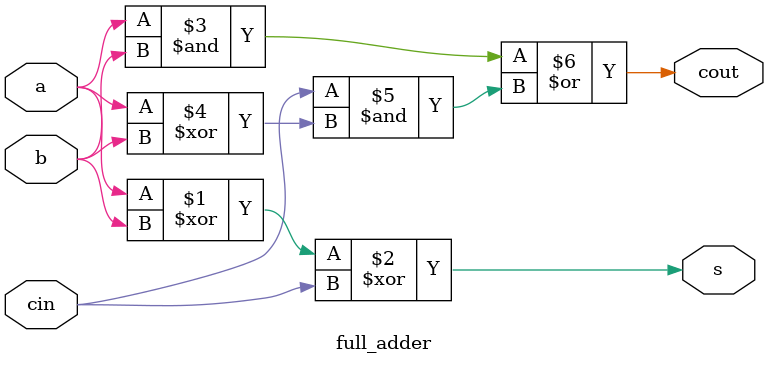
<source format=v>
`timescale 1ns / 1ps

module full_adder(a, b, cin, s, cout);
    input a, b, cin;
    output s, cout;
    
    assign s = a ^ b ^ cin;
    assign cout = (a & b) | (cin & (a ^ b));
endmodule
</source>
